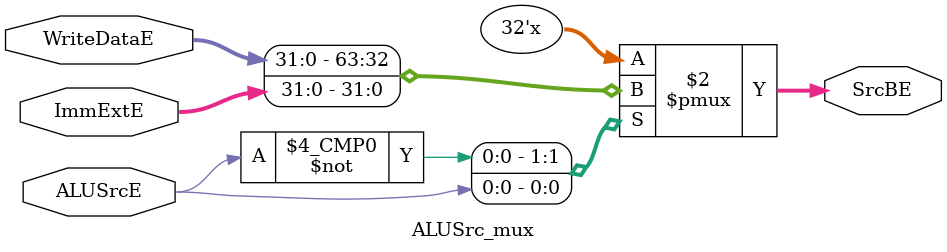
<source format=sv>
`timescale 1ns / 1ps

module ALUSrc_mux(
    input        [31:0] WriteDataE,
    input        [31:0] ImmExtE,
    input               ALUSrcE,
    output logic [31:0] SrcBE
    );
    
    always_comb begin
        case(ALUSrcE)
            1'b0:   begin   SrcBE <= WriteDataE;  end
            1'b1:   begin   SrcBE <= ImmExtE;   end
            default: begin  SrcBE <= WriteDataE;  end
        endcase
    end
    
endmodule

</source>
